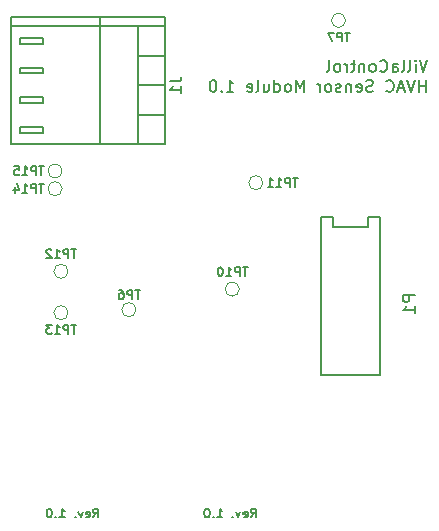
<source format=gbr>
%TF.GenerationSoftware,KiCad,Pcbnew,5.0.1-33cea8e~67~ubuntu18.04.1*%
%TF.CreationDate,2019-01-08T21:33:24+01:00*%
%TF.ProjectId,hvac-sensor-module,687661632D73656E736F722D6D6F6475,1.0*%
%TF.SameCoordinates,Original*%
%TF.FileFunction,Legend,Bot*%
%TF.FilePolarity,Positive*%
%FSLAX46Y46*%
G04 Gerber Fmt 4.6, Leading zero omitted, Abs format (unit mm)*
G04 Created by KiCad (PCBNEW 5.0.1-33cea8e~67~ubuntu18.04.1) date Di 08 Jan 2019 21:33:24 CET*
%MOMM*%
%LPD*%
G01*
G04 APERTURE LIST*
%ADD10C,0.150000*%
%ADD11C,0.200000*%
%ADD12C,0.120000*%
G04 APERTURE END LIST*
D10*
X133232142Y-124089285D02*
X133482142Y-123732142D01*
X133660714Y-124089285D02*
X133660714Y-123339285D01*
X133375000Y-123339285D01*
X133303571Y-123375000D01*
X133267857Y-123410714D01*
X133232142Y-123482142D01*
X133232142Y-123589285D01*
X133267857Y-123660714D01*
X133303571Y-123696428D01*
X133375000Y-123732142D01*
X133660714Y-123732142D01*
X132625000Y-124053571D02*
X132696428Y-124089285D01*
X132839285Y-124089285D01*
X132910714Y-124053571D01*
X132946428Y-123982142D01*
X132946428Y-123696428D01*
X132910714Y-123625000D01*
X132839285Y-123589285D01*
X132696428Y-123589285D01*
X132625000Y-123625000D01*
X132589285Y-123696428D01*
X132589285Y-123767857D01*
X132946428Y-123839285D01*
X132339285Y-123589285D02*
X132160714Y-124089285D01*
X131982142Y-123589285D01*
X131696428Y-124017857D02*
X131660714Y-124053571D01*
X131696428Y-124089285D01*
X131732142Y-124053571D01*
X131696428Y-124017857D01*
X131696428Y-124089285D01*
X130375000Y-124089285D02*
X130803571Y-124089285D01*
X130589285Y-124089285D02*
X130589285Y-123339285D01*
X130660714Y-123446428D01*
X130732142Y-123517857D01*
X130803571Y-123553571D01*
X130053571Y-124017857D02*
X130017857Y-124053571D01*
X130053571Y-124089285D01*
X130089285Y-124053571D01*
X130053571Y-124017857D01*
X130053571Y-124089285D01*
X129553571Y-123339285D02*
X129482142Y-123339285D01*
X129410714Y-123375000D01*
X129375000Y-123410714D01*
X129339285Y-123482142D01*
X129303571Y-123625000D01*
X129303571Y-123803571D01*
X129339285Y-123946428D01*
X129375000Y-124017857D01*
X129410714Y-124053571D01*
X129482142Y-124089285D01*
X129553571Y-124089285D01*
X129625000Y-124053571D01*
X129660714Y-124017857D01*
X129696428Y-123946428D01*
X129732142Y-123803571D01*
X129732142Y-123625000D01*
X129696428Y-123482142D01*
X129660714Y-123410714D01*
X129625000Y-123375000D01*
X129553571Y-123339285D01*
X146582142Y-124089285D02*
X146832142Y-123732142D01*
X147010714Y-124089285D02*
X147010714Y-123339285D01*
X146725000Y-123339285D01*
X146653571Y-123375000D01*
X146617857Y-123410714D01*
X146582142Y-123482142D01*
X146582142Y-123589285D01*
X146617857Y-123660714D01*
X146653571Y-123696428D01*
X146725000Y-123732142D01*
X147010714Y-123732142D01*
X145975000Y-124053571D02*
X146046428Y-124089285D01*
X146189285Y-124089285D01*
X146260714Y-124053571D01*
X146296428Y-123982142D01*
X146296428Y-123696428D01*
X146260714Y-123625000D01*
X146189285Y-123589285D01*
X146046428Y-123589285D01*
X145975000Y-123625000D01*
X145939285Y-123696428D01*
X145939285Y-123767857D01*
X146296428Y-123839285D01*
X145689285Y-123589285D02*
X145510714Y-124089285D01*
X145332142Y-123589285D01*
X145046428Y-124017857D02*
X145010714Y-124053571D01*
X145046428Y-124089285D01*
X145082142Y-124053571D01*
X145046428Y-124017857D01*
X145046428Y-124089285D01*
X143725000Y-124089285D02*
X144153571Y-124089285D01*
X143939285Y-124089285D02*
X143939285Y-123339285D01*
X144010714Y-123446428D01*
X144082142Y-123517857D01*
X144153571Y-123553571D01*
X143403571Y-124017857D02*
X143367857Y-124053571D01*
X143403571Y-124089285D01*
X143439285Y-124053571D01*
X143403571Y-124017857D01*
X143403571Y-124089285D01*
X142903571Y-123339285D02*
X142832142Y-123339285D01*
X142760714Y-123375000D01*
X142725000Y-123410714D01*
X142689285Y-123482142D01*
X142653571Y-123625000D01*
X142653571Y-123803571D01*
X142689285Y-123946428D01*
X142725000Y-124017857D01*
X142760714Y-124053571D01*
X142832142Y-124089285D01*
X142903571Y-124089285D01*
X142975000Y-124053571D01*
X143010714Y-124017857D01*
X143046428Y-123946428D01*
X143082142Y-123803571D01*
X143082142Y-123625000D01*
X143046428Y-123482142D01*
X143010714Y-123410714D01*
X142975000Y-123375000D01*
X142903571Y-123339285D01*
D11*
X161524761Y-85352380D02*
X161191428Y-86352380D01*
X160858095Y-85352380D01*
X160524761Y-86352380D02*
X160524761Y-85685714D01*
X160524761Y-85352380D02*
X160572380Y-85400000D01*
X160524761Y-85447619D01*
X160477142Y-85400000D01*
X160524761Y-85352380D01*
X160524761Y-85447619D01*
X159905714Y-86352380D02*
X160000952Y-86304761D01*
X160048571Y-86209523D01*
X160048571Y-85352380D01*
X159381904Y-86352380D02*
X159477142Y-86304761D01*
X159524761Y-86209523D01*
X159524761Y-85352380D01*
X158572380Y-86352380D02*
X158572380Y-85828571D01*
X158620000Y-85733333D01*
X158715238Y-85685714D01*
X158905714Y-85685714D01*
X159000952Y-85733333D01*
X158572380Y-86304761D02*
X158667619Y-86352380D01*
X158905714Y-86352380D01*
X159000952Y-86304761D01*
X159048571Y-86209523D01*
X159048571Y-86114285D01*
X159000952Y-86019047D01*
X158905714Y-85971428D01*
X158667619Y-85971428D01*
X158572380Y-85923809D01*
X157524761Y-86257142D02*
X157572380Y-86304761D01*
X157715238Y-86352380D01*
X157810476Y-86352380D01*
X157953333Y-86304761D01*
X158048571Y-86209523D01*
X158096190Y-86114285D01*
X158143809Y-85923809D01*
X158143809Y-85780952D01*
X158096190Y-85590476D01*
X158048571Y-85495238D01*
X157953333Y-85400000D01*
X157810476Y-85352380D01*
X157715238Y-85352380D01*
X157572380Y-85400000D01*
X157524761Y-85447619D01*
X156953333Y-86352380D02*
X157048571Y-86304761D01*
X157096190Y-86257142D01*
X157143809Y-86161904D01*
X157143809Y-85876190D01*
X157096190Y-85780952D01*
X157048571Y-85733333D01*
X156953333Y-85685714D01*
X156810476Y-85685714D01*
X156715238Y-85733333D01*
X156667619Y-85780952D01*
X156620000Y-85876190D01*
X156620000Y-86161904D01*
X156667619Y-86257142D01*
X156715238Y-86304761D01*
X156810476Y-86352380D01*
X156953333Y-86352380D01*
X156191428Y-85685714D02*
X156191428Y-86352380D01*
X156191428Y-85780952D02*
X156143809Y-85733333D01*
X156048571Y-85685714D01*
X155905714Y-85685714D01*
X155810476Y-85733333D01*
X155762857Y-85828571D01*
X155762857Y-86352380D01*
X155429523Y-85685714D02*
X155048571Y-85685714D01*
X155286666Y-85352380D02*
X155286666Y-86209523D01*
X155239047Y-86304761D01*
X155143809Y-86352380D01*
X155048571Y-86352380D01*
X154715238Y-86352380D02*
X154715238Y-85685714D01*
X154715238Y-85876190D02*
X154667619Y-85780952D01*
X154620000Y-85733333D01*
X154524761Y-85685714D01*
X154429523Y-85685714D01*
X153953333Y-86352380D02*
X154048571Y-86304761D01*
X154096190Y-86257142D01*
X154143809Y-86161904D01*
X154143809Y-85876190D01*
X154096190Y-85780952D01*
X154048571Y-85733333D01*
X153953333Y-85685714D01*
X153810476Y-85685714D01*
X153715238Y-85733333D01*
X153667619Y-85780952D01*
X153620000Y-85876190D01*
X153620000Y-86161904D01*
X153667619Y-86257142D01*
X153715238Y-86304761D01*
X153810476Y-86352380D01*
X153953333Y-86352380D01*
X153048571Y-86352380D02*
X153143809Y-86304761D01*
X153191428Y-86209523D01*
X153191428Y-85352380D01*
X161381904Y-88052380D02*
X161381904Y-87052380D01*
X161381904Y-87528571D02*
X160810476Y-87528571D01*
X160810476Y-88052380D02*
X160810476Y-87052380D01*
X160477142Y-87052380D02*
X160143809Y-88052380D01*
X159810476Y-87052380D01*
X159524761Y-87766666D02*
X159048571Y-87766666D01*
X159620000Y-88052380D02*
X159286666Y-87052380D01*
X158953333Y-88052380D01*
X158048571Y-87957142D02*
X158096190Y-88004761D01*
X158239047Y-88052380D01*
X158334285Y-88052380D01*
X158477142Y-88004761D01*
X158572380Y-87909523D01*
X158620000Y-87814285D01*
X158667619Y-87623809D01*
X158667619Y-87480952D01*
X158620000Y-87290476D01*
X158572380Y-87195238D01*
X158477142Y-87100000D01*
X158334285Y-87052380D01*
X158239047Y-87052380D01*
X158096190Y-87100000D01*
X158048571Y-87147619D01*
X156905714Y-88004761D02*
X156762857Y-88052380D01*
X156524761Y-88052380D01*
X156429523Y-88004761D01*
X156381904Y-87957142D01*
X156334285Y-87861904D01*
X156334285Y-87766666D01*
X156381904Y-87671428D01*
X156429523Y-87623809D01*
X156524761Y-87576190D01*
X156715238Y-87528571D01*
X156810476Y-87480952D01*
X156858095Y-87433333D01*
X156905714Y-87338095D01*
X156905714Y-87242857D01*
X156858095Y-87147619D01*
X156810476Y-87100000D01*
X156715238Y-87052380D01*
X156477142Y-87052380D01*
X156334285Y-87100000D01*
X155524761Y-88004761D02*
X155620000Y-88052380D01*
X155810476Y-88052380D01*
X155905714Y-88004761D01*
X155953333Y-87909523D01*
X155953333Y-87528571D01*
X155905714Y-87433333D01*
X155810476Y-87385714D01*
X155620000Y-87385714D01*
X155524761Y-87433333D01*
X155477142Y-87528571D01*
X155477142Y-87623809D01*
X155953333Y-87719047D01*
X155048571Y-87385714D02*
X155048571Y-88052380D01*
X155048571Y-87480952D02*
X155000952Y-87433333D01*
X154905714Y-87385714D01*
X154762857Y-87385714D01*
X154667619Y-87433333D01*
X154620000Y-87528571D01*
X154620000Y-88052380D01*
X154191428Y-88004761D02*
X154096190Y-88052380D01*
X153905714Y-88052380D01*
X153810476Y-88004761D01*
X153762857Y-87909523D01*
X153762857Y-87861904D01*
X153810476Y-87766666D01*
X153905714Y-87719047D01*
X154048571Y-87719047D01*
X154143809Y-87671428D01*
X154191428Y-87576190D01*
X154191428Y-87528571D01*
X154143809Y-87433333D01*
X154048571Y-87385714D01*
X153905714Y-87385714D01*
X153810476Y-87433333D01*
X153191428Y-88052380D02*
X153286666Y-88004761D01*
X153334285Y-87957142D01*
X153381904Y-87861904D01*
X153381904Y-87576190D01*
X153334285Y-87480952D01*
X153286666Y-87433333D01*
X153191428Y-87385714D01*
X153048571Y-87385714D01*
X152953333Y-87433333D01*
X152905714Y-87480952D01*
X152858095Y-87576190D01*
X152858095Y-87861904D01*
X152905714Y-87957142D01*
X152953333Y-88004761D01*
X153048571Y-88052380D01*
X153191428Y-88052380D01*
X152429523Y-88052380D02*
X152429523Y-87385714D01*
X152429523Y-87576190D02*
X152381904Y-87480952D01*
X152334285Y-87433333D01*
X152239047Y-87385714D01*
X152143809Y-87385714D01*
X151048571Y-88052380D02*
X151048571Y-87052380D01*
X150715238Y-87766666D01*
X150381904Y-87052380D01*
X150381904Y-88052380D01*
X149762857Y-88052380D02*
X149858095Y-88004761D01*
X149905714Y-87957142D01*
X149953333Y-87861904D01*
X149953333Y-87576190D01*
X149905714Y-87480952D01*
X149858095Y-87433333D01*
X149762857Y-87385714D01*
X149620000Y-87385714D01*
X149524761Y-87433333D01*
X149477142Y-87480952D01*
X149429523Y-87576190D01*
X149429523Y-87861904D01*
X149477142Y-87957142D01*
X149524761Y-88004761D01*
X149620000Y-88052380D01*
X149762857Y-88052380D01*
X148572380Y-88052380D02*
X148572380Y-87052380D01*
X148572380Y-88004761D02*
X148667619Y-88052380D01*
X148858095Y-88052380D01*
X148953333Y-88004761D01*
X149000952Y-87957142D01*
X149048571Y-87861904D01*
X149048571Y-87576190D01*
X149000952Y-87480952D01*
X148953333Y-87433333D01*
X148858095Y-87385714D01*
X148667619Y-87385714D01*
X148572380Y-87433333D01*
X147667619Y-87385714D02*
X147667619Y-88052380D01*
X148096190Y-87385714D02*
X148096190Y-87909523D01*
X148048571Y-88004761D01*
X147953333Y-88052380D01*
X147810476Y-88052380D01*
X147715238Y-88004761D01*
X147667619Y-87957142D01*
X147048571Y-88052380D02*
X147143809Y-88004761D01*
X147191428Y-87909523D01*
X147191428Y-87052380D01*
X146286666Y-88004761D02*
X146381904Y-88052380D01*
X146572380Y-88052380D01*
X146667619Y-88004761D01*
X146715238Y-87909523D01*
X146715238Y-87528571D01*
X146667619Y-87433333D01*
X146572380Y-87385714D01*
X146381904Y-87385714D01*
X146286666Y-87433333D01*
X146239047Y-87528571D01*
X146239047Y-87623809D01*
X146715238Y-87719047D01*
X144524761Y-88052380D02*
X145096190Y-88052380D01*
X144810476Y-88052380D02*
X144810476Y-87052380D01*
X144905714Y-87195238D01*
X145000952Y-87290476D01*
X145096190Y-87338095D01*
X144096190Y-87957142D02*
X144048571Y-88004761D01*
X144096190Y-88052380D01*
X144143809Y-88004761D01*
X144096190Y-87957142D01*
X144096190Y-88052380D01*
X143429523Y-87052380D02*
X143334285Y-87052380D01*
X143239047Y-87100000D01*
X143191428Y-87147619D01*
X143143809Y-87242857D01*
X143096190Y-87433333D01*
X143096190Y-87671428D01*
X143143809Y-87861904D01*
X143191428Y-87957142D01*
X143239047Y-88004761D01*
X143334285Y-88052380D01*
X143429523Y-88052380D01*
X143524761Y-88004761D01*
X143572380Y-87957142D01*
X143620000Y-87861904D01*
X143667619Y-87671428D01*
X143667619Y-87433333D01*
X143620000Y-87242857D01*
X143572380Y-87147619D01*
X143524761Y-87100000D01*
X143429523Y-87052380D01*
D10*
X126300000Y-81700000D02*
X139300000Y-81700000D01*
X126300000Y-82500000D02*
X126300000Y-81700000D01*
X133800000Y-81700000D02*
X133800000Y-92500000D01*
X137000000Y-82500000D02*
X137000000Y-92500000D01*
X137000000Y-92500000D02*
X139300000Y-92500000D01*
X137000000Y-90000000D02*
X139300000Y-90000000D01*
X137000000Y-87500000D02*
X139300000Y-87500000D01*
X137000000Y-85000000D02*
X139300000Y-85000000D01*
X139300000Y-82500000D02*
X137000000Y-82500000D01*
X126300000Y-82500000D02*
X126300000Y-92500000D01*
X139300000Y-82500000D02*
X126300000Y-82500000D01*
X139300000Y-92500000D02*
X139300000Y-81700000D01*
X126300000Y-92500000D02*
X139300000Y-92500000D01*
X129000000Y-84000000D02*
X129000000Y-83500000D01*
X129000000Y-83500000D02*
X127000000Y-83500000D01*
X127000000Y-84000000D02*
X129000000Y-84000000D01*
X127000000Y-83500000D02*
X127000000Y-84000000D01*
X127000000Y-86000000D02*
X127000000Y-86500000D01*
X129000000Y-86500000D02*
X129000000Y-86000000D01*
X127000000Y-86500000D02*
X129000000Y-86500000D01*
X129000000Y-86000000D02*
X127000000Y-86000000D01*
X127000000Y-89000000D02*
X129000000Y-89000000D01*
X129000000Y-89000000D02*
X129000000Y-88500000D01*
X129000000Y-88500000D02*
X127000000Y-88500000D01*
X127000000Y-88500000D02*
X127000000Y-89000000D01*
X127000000Y-91000000D02*
X127000000Y-91500000D01*
X129000000Y-91500000D02*
X129000000Y-91000000D01*
X127000000Y-91500000D02*
X129000000Y-91500000D01*
X129000000Y-91000000D02*
X127000000Y-91000000D01*
X156500000Y-98690000D02*
X157500000Y-98690000D01*
X152500000Y-112040000D02*
X152500000Y-98690000D01*
X152500000Y-98690000D02*
X153500000Y-98690000D01*
X157500000Y-98690000D02*
X157500000Y-112040000D01*
X157500000Y-112040000D02*
X152500000Y-112040000D01*
X153500000Y-98690000D02*
X153500000Y-99500000D01*
X153500000Y-99500000D02*
X156500000Y-99500000D01*
X156500000Y-99500000D02*
X156500000Y-98690000D01*
D12*
X154600000Y-82000000D02*
G75*
G03X154600000Y-82000000I-600000J0D01*
G01*
X131100000Y-103250000D02*
G75*
G03X131100000Y-103250000I-600000J0D01*
G01*
X131100000Y-106750000D02*
G75*
G03X131100000Y-106750000I-600000J0D01*
G01*
X145600000Y-104750000D02*
G75*
G03X145600000Y-104750000I-600000J0D01*
G01*
X147600000Y-95750000D02*
G75*
G03X147600000Y-95750000I-600000J0D01*
G01*
X136850000Y-106500000D02*
G75*
G03X136850000Y-106500000I-600000J0D01*
G01*
X130600000Y-96250000D02*
G75*
G03X130600000Y-96250000I-600000J0D01*
G01*
X130600000Y-94750000D02*
G75*
G03X130600000Y-94750000I-600000J0D01*
G01*
D10*
X139702380Y-87166666D02*
X140416666Y-87166666D01*
X140559523Y-87119047D01*
X140654761Y-87023809D01*
X140702380Y-86880952D01*
X140702380Y-86785714D01*
X140702380Y-88166666D02*
X140702380Y-87595238D01*
X140702380Y-87880952D02*
X139702380Y-87880952D01*
X139845238Y-87785714D01*
X139940476Y-87690476D01*
X139988095Y-87595238D01*
X160452380Y-105261904D02*
X159452380Y-105261904D01*
X159452380Y-105642857D01*
X159500000Y-105738095D01*
X159547619Y-105785714D01*
X159642857Y-105833333D01*
X159785714Y-105833333D01*
X159880952Y-105785714D01*
X159928571Y-105738095D01*
X159976190Y-105642857D01*
X159976190Y-105261904D01*
X160452380Y-106785714D02*
X160452380Y-106214285D01*
X160452380Y-106500000D02*
X159452380Y-106500000D01*
X159595238Y-106404761D01*
X159690476Y-106309523D01*
X159738095Y-106214285D01*
X154946428Y-83037285D02*
X154517857Y-83037285D01*
X154732142Y-83787285D02*
X154732142Y-83037285D01*
X154267857Y-83787285D02*
X154267857Y-83037285D01*
X153982142Y-83037285D01*
X153910714Y-83073000D01*
X153875000Y-83108714D01*
X153839285Y-83180142D01*
X153839285Y-83287285D01*
X153875000Y-83358714D01*
X153910714Y-83394428D01*
X153982142Y-83430142D01*
X154267857Y-83430142D01*
X153589285Y-83037285D02*
X153089285Y-83037285D01*
X153410714Y-83787285D01*
X131803571Y-101391285D02*
X131375000Y-101391285D01*
X131589285Y-102141285D02*
X131589285Y-101391285D01*
X131125000Y-102141285D02*
X131125000Y-101391285D01*
X130839285Y-101391285D01*
X130767857Y-101427000D01*
X130732142Y-101462714D01*
X130696428Y-101534142D01*
X130696428Y-101641285D01*
X130732142Y-101712714D01*
X130767857Y-101748428D01*
X130839285Y-101784142D01*
X131125000Y-101784142D01*
X129982142Y-102141285D02*
X130410714Y-102141285D01*
X130196428Y-102141285D02*
X130196428Y-101391285D01*
X130267857Y-101498428D01*
X130339285Y-101569857D01*
X130410714Y-101605571D01*
X129696428Y-101462714D02*
X129660714Y-101427000D01*
X129589285Y-101391285D01*
X129410714Y-101391285D01*
X129339285Y-101427000D01*
X129303571Y-101462714D01*
X129267857Y-101534142D01*
X129267857Y-101605571D01*
X129303571Y-101712714D01*
X129732142Y-102141285D01*
X129267857Y-102141285D01*
X131803571Y-107787285D02*
X131375000Y-107787285D01*
X131589285Y-108537285D02*
X131589285Y-107787285D01*
X131125000Y-108537285D02*
X131125000Y-107787285D01*
X130839285Y-107787285D01*
X130767857Y-107823000D01*
X130732142Y-107858714D01*
X130696428Y-107930142D01*
X130696428Y-108037285D01*
X130732142Y-108108714D01*
X130767857Y-108144428D01*
X130839285Y-108180142D01*
X131125000Y-108180142D01*
X129982142Y-108537285D02*
X130410714Y-108537285D01*
X130196428Y-108537285D02*
X130196428Y-107787285D01*
X130267857Y-107894428D01*
X130339285Y-107965857D01*
X130410714Y-108001571D01*
X129732142Y-107787285D02*
X129267857Y-107787285D01*
X129517857Y-108073000D01*
X129410714Y-108073000D01*
X129339285Y-108108714D01*
X129303571Y-108144428D01*
X129267857Y-108215857D01*
X129267857Y-108394428D01*
X129303571Y-108465857D01*
X129339285Y-108501571D01*
X129410714Y-108537285D01*
X129625000Y-108537285D01*
X129696428Y-108501571D01*
X129732142Y-108465857D01*
X146303571Y-102891285D02*
X145875000Y-102891285D01*
X146089285Y-103641285D02*
X146089285Y-102891285D01*
X145625000Y-103641285D02*
X145625000Y-102891285D01*
X145339285Y-102891285D01*
X145267857Y-102927000D01*
X145232142Y-102962714D01*
X145196428Y-103034142D01*
X145196428Y-103141285D01*
X145232142Y-103212714D01*
X145267857Y-103248428D01*
X145339285Y-103284142D01*
X145625000Y-103284142D01*
X144482142Y-103641285D02*
X144910714Y-103641285D01*
X144696428Y-103641285D02*
X144696428Y-102891285D01*
X144767857Y-102998428D01*
X144839285Y-103069857D01*
X144910714Y-103105571D01*
X144017857Y-102891285D02*
X143946428Y-102891285D01*
X143875000Y-102927000D01*
X143839285Y-102962714D01*
X143803571Y-103034142D01*
X143767857Y-103177000D01*
X143767857Y-103355571D01*
X143803571Y-103498428D01*
X143839285Y-103569857D01*
X143875000Y-103605571D01*
X143946428Y-103641285D01*
X144017857Y-103641285D01*
X144089285Y-103605571D01*
X144125000Y-103569857D01*
X144160714Y-103498428D01*
X144196428Y-103355571D01*
X144196428Y-103177000D01*
X144160714Y-103034142D01*
X144125000Y-102962714D01*
X144089285Y-102927000D01*
X144017857Y-102891285D01*
X150553571Y-95339285D02*
X150125000Y-95339285D01*
X150339285Y-96089285D02*
X150339285Y-95339285D01*
X149875000Y-96089285D02*
X149875000Y-95339285D01*
X149589285Y-95339285D01*
X149517857Y-95375000D01*
X149482142Y-95410714D01*
X149446428Y-95482142D01*
X149446428Y-95589285D01*
X149482142Y-95660714D01*
X149517857Y-95696428D01*
X149589285Y-95732142D01*
X149875000Y-95732142D01*
X148732142Y-96089285D02*
X149160714Y-96089285D01*
X148946428Y-96089285D02*
X148946428Y-95339285D01*
X149017857Y-95446428D01*
X149089285Y-95517857D01*
X149160714Y-95553571D01*
X148017857Y-96089285D02*
X148446428Y-96089285D01*
X148232142Y-96089285D02*
X148232142Y-95339285D01*
X148303571Y-95446428D01*
X148375000Y-95517857D01*
X148446428Y-95553571D01*
X137196428Y-104839285D02*
X136767857Y-104839285D01*
X136982142Y-105589285D02*
X136982142Y-104839285D01*
X136517857Y-105589285D02*
X136517857Y-104839285D01*
X136232142Y-104839285D01*
X136160714Y-104875000D01*
X136125000Y-104910714D01*
X136089285Y-104982142D01*
X136089285Y-105089285D01*
X136125000Y-105160714D01*
X136160714Y-105196428D01*
X136232142Y-105232142D01*
X136517857Y-105232142D01*
X135446428Y-104839285D02*
X135589285Y-104839285D01*
X135660714Y-104875000D01*
X135696428Y-104910714D01*
X135767857Y-105017857D01*
X135803571Y-105160714D01*
X135803571Y-105446428D01*
X135767857Y-105517857D01*
X135732142Y-105553571D01*
X135660714Y-105589285D01*
X135517857Y-105589285D01*
X135446428Y-105553571D01*
X135410714Y-105517857D01*
X135375000Y-105446428D01*
X135375000Y-105267857D01*
X135410714Y-105196428D01*
X135446428Y-105160714D01*
X135517857Y-105125000D01*
X135660714Y-105125000D01*
X135732142Y-105160714D01*
X135767857Y-105196428D01*
X135803571Y-105267857D01*
X129053571Y-95839285D02*
X128625000Y-95839285D01*
X128839285Y-96589285D02*
X128839285Y-95839285D01*
X128375000Y-96589285D02*
X128375000Y-95839285D01*
X128089285Y-95839285D01*
X128017857Y-95875000D01*
X127982142Y-95910714D01*
X127946428Y-95982142D01*
X127946428Y-96089285D01*
X127982142Y-96160714D01*
X128017857Y-96196428D01*
X128089285Y-96232142D01*
X128375000Y-96232142D01*
X127232142Y-96589285D02*
X127660714Y-96589285D01*
X127446428Y-96589285D02*
X127446428Y-95839285D01*
X127517857Y-95946428D01*
X127589285Y-96017857D01*
X127660714Y-96053571D01*
X126589285Y-96089285D02*
X126589285Y-96589285D01*
X126767857Y-95803571D02*
X126946428Y-96339285D01*
X126482142Y-96339285D01*
X129053571Y-94339285D02*
X128625000Y-94339285D01*
X128839285Y-95089285D02*
X128839285Y-94339285D01*
X128375000Y-95089285D02*
X128375000Y-94339285D01*
X128089285Y-94339285D01*
X128017857Y-94375000D01*
X127982142Y-94410714D01*
X127946428Y-94482142D01*
X127946428Y-94589285D01*
X127982142Y-94660714D01*
X128017857Y-94696428D01*
X128089285Y-94732142D01*
X128375000Y-94732142D01*
X127232142Y-95089285D02*
X127660714Y-95089285D01*
X127446428Y-95089285D02*
X127446428Y-94339285D01*
X127517857Y-94446428D01*
X127589285Y-94517857D01*
X127660714Y-94553571D01*
X126553571Y-94339285D02*
X126910714Y-94339285D01*
X126946428Y-94696428D01*
X126910714Y-94660714D01*
X126839285Y-94625000D01*
X126660714Y-94625000D01*
X126589285Y-94660714D01*
X126553571Y-94696428D01*
X126517857Y-94767857D01*
X126517857Y-94946428D01*
X126553571Y-95017857D01*
X126589285Y-95053571D01*
X126660714Y-95089285D01*
X126839285Y-95089285D01*
X126910714Y-95053571D01*
X126946428Y-95017857D01*
M02*

</source>
